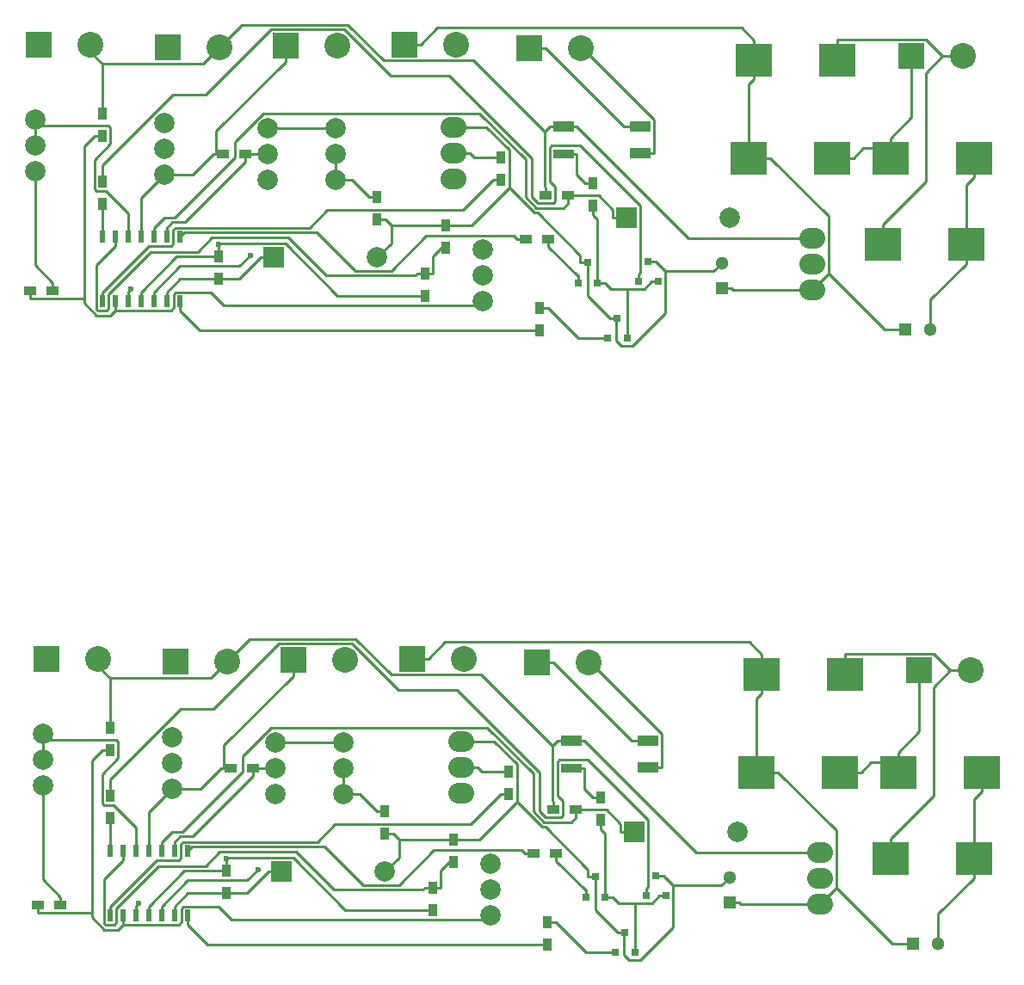
<source format=gtl>
G04 #@! TF.FileFunction,Copper,L1,Top,Signal*
%FSLAX46Y46*%
G04 Gerber Fmt 4.6, Leading zero omitted, Abs format (unit mm)*
G04 Created by KiCad (PCBNEW 4.0.4+e1-6308~48~ubuntu14.04.1-stable) date Mon Oct 17 01:34:50 2016*
%MOMM*%
%LPD*%
G01*
G04 APERTURE LIST*
%ADD10C,0.100000*%
%ADD11C,1.998980*%
%ADD12R,1.998980X0.899160*%
%ADD13R,1.998980X1.000760*%
%ADD14O,2.540000X2.032000*%
%ADD15R,0.508000X1.143000*%
%ADD16R,0.900000X1.200000*%
%ADD17R,1.200000X0.900000*%
%ADD18R,0.800100X0.800100*%
%ADD19R,2.540000X2.540000*%
%ADD20C,2.540000*%
%ADD21R,1.998980X1.998980*%
%ADD22R,3.600000X3.200000*%
%ADD23R,1.300000X1.300000*%
%ADD24C,1.300000*%
%ADD25C,0.600000*%
%ADD26C,0.250000*%
G04 APERTURE END LIST*
D10*
D11*
X95758000Y-143764000D03*
X95758000Y-146304000D03*
X95758000Y-141224000D03*
X139827000Y-156591000D03*
X139827000Y-159131000D03*
X139827000Y-154051000D03*
X118618000Y-144653000D03*
X118618000Y-147193000D03*
X118618000Y-142113000D03*
X125349000Y-144653000D03*
X125349000Y-147193000D03*
X125349000Y-142113000D03*
X108458000Y-144145000D03*
X108458000Y-146685000D03*
X108458000Y-141605000D03*
D12*
X147711160Y-144604740D03*
D13*
X147711160Y-141955520D03*
X155310840Y-141955520D03*
X155310840Y-144556480D03*
D14*
X172212000Y-155448000D03*
X172212000Y-152908000D03*
X172212000Y-157988000D03*
D15*
X102362000Y-159131000D03*
X103632000Y-159131000D03*
X104902000Y-159131000D03*
X106172000Y-159131000D03*
X107442000Y-159131000D03*
X108712000Y-159131000D03*
X109982000Y-159131000D03*
X109982000Y-152781000D03*
X108712000Y-152781000D03*
X106172000Y-152781000D03*
X104902000Y-152781000D03*
X103632000Y-152781000D03*
X102362000Y-152781000D03*
X107442000Y-152781000D03*
D16*
X102362000Y-147363000D03*
X102362000Y-149563000D03*
X136144000Y-153881000D03*
X136144000Y-151681000D03*
X134112000Y-158580000D03*
X134112000Y-156380000D03*
X150622000Y-147490000D03*
X150622000Y-149690000D03*
D17*
X146261000Y-153035000D03*
X144061000Y-153035000D03*
D16*
X145415000Y-159809000D03*
X145415000Y-162009000D03*
X141605000Y-144950000D03*
X141605000Y-147150000D03*
D17*
X145966000Y-148717000D03*
X148166000Y-148717000D03*
D16*
X113792000Y-154729000D03*
X113792000Y-156929000D03*
D17*
X95293000Y-158115000D03*
X97493000Y-158115000D03*
D16*
X102362000Y-140632000D03*
X102362000Y-142832000D03*
D17*
X114216000Y-144653000D03*
X116416000Y-144653000D03*
D16*
X129413000Y-151087000D03*
X129413000Y-148887000D03*
D18*
X155133000Y-157210760D03*
X157033000Y-157210760D03*
X156083000Y-155211780D03*
X149164000Y-157337760D03*
X151064000Y-157337760D03*
X150114000Y-155338780D03*
X152085000Y-162798760D03*
X153985000Y-162798760D03*
X153035000Y-160799780D03*
D14*
X136906000Y-144526000D03*
X136906000Y-141986000D03*
X136906000Y-147066000D03*
D19*
X96139000Y-133858000D03*
D20*
X101219000Y-133858000D03*
D19*
X144399000Y-134239000D03*
D20*
X149479000Y-134239000D03*
D19*
X132080000Y-133858000D03*
D20*
X137160000Y-133858000D03*
D19*
X108839000Y-134112000D03*
D20*
X113919000Y-134112000D03*
D19*
X181991000Y-135001000D03*
D20*
X187071000Y-135001000D03*
D19*
X120396000Y-133985000D03*
D20*
X125476000Y-133985000D03*
D11*
X164084000Y-150873460D03*
D21*
X153924000Y-150873460D03*
D11*
X129413000Y-154810460D03*
D21*
X119253000Y-154810460D03*
D22*
X188123000Y-145034000D03*
X179923000Y-145034000D03*
X174153000Y-145034000D03*
X165953000Y-145034000D03*
X174661000Y-135382000D03*
X166461000Y-135382000D03*
X187361000Y-153543000D03*
X179161000Y-153543000D03*
D23*
X163322000Y-157861000D03*
D24*
X163322000Y-155361000D03*
D23*
X181356000Y-161925000D03*
D24*
X183856000Y-161925000D03*
D23*
X180594000Y-101473000D03*
D24*
X183094000Y-101473000D03*
D23*
X162560000Y-97409000D03*
D24*
X162560000Y-94909000D03*
D22*
X186599000Y-93091000D03*
X178399000Y-93091000D03*
X173899000Y-74930000D03*
X165699000Y-74930000D03*
X173391000Y-84582000D03*
X165191000Y-84582000D03*
X187361000Y-84582000D03*
X179161000Y-84582000D03*
D11*
X128651000Y-94358460D03*
D21*
X118491000Y-94358460D03*
D11*
X163322000Y-90421460D03*
D21*
X153162000Y-90421460D03*
D19*
X119634000Y-73533000D03*
D20*
X124714000Y-73533000D03*
D19*
X181229000Y-74549000D03*
D20*
X186309000Y-74549000D03*
D19*
X108077000Y-73660000D03*
D20*
X113157000Y-73660000D03*
D19*
X131318000Y-73406000D03*
D20*
X136398000Y-73406000D03*
D19*
X143637000Y-73787000D03*
D20*
X148717000Y-73787000D03*
D19*
X95377000Y-73406000D03*
D20*
X100457000Y-73406000D03*
D14*
X136144000Y-84074000D03*
X136144000Y-81534000D03*
X136144000Y-86614000D03*
D18*
X151323000Y-102346760D03*
X153223000Y-102346760D03*
X152273000Y-100347780D03*
X148402000Y-96885760D03*
X150302000Y-96885760D03*
X149352000Y-94886780D03*
X154371000Y-96758760D03*
X156271000Y-96758760D03*
X155321000Y-94759780D03*
D16*
X128651000Y-90635000D03*
X128651000Y-88435000D03*
D17*
X113454000Y-84201000D03*
X115654000Y-84201000D03*
D16*
X101600000Y-80180000D03*
X101600000Y-82380000D03*
D17*
X94531000Y-97663000D03*
X96731000Y-97663000D03*
D16*
X113030000Y-94277000D03*
X113030000Y-96477000D03*
D17*
X145204000Y-88265000D03*
X147404000Y-88265000D03*
D16*
X140843000Y-84498000D03*
X140843000Y-86698000D03*
X144653000Y-99357000D03*
X144653000Y-101557000D03*
D17*
X145499000Y-92583000D03*
X143299000Y-92583000D03*
D16*
X149860000Y-87038000D03*
X149860000Y-89238000D03*
X133350000Y-98128000D03*
X133350000Y-95928000D03*
X135382000Y-93429000D03*
X135382000Y-91229000D03*
X101600000Y-86911000D03*
X101600000Y-89111000D03*
D15*
X101600000Y-98679000D03*
X102870000Y-98679000D03*
X104140000Y-98679000D03*
X105410000Y-98679000D03*
X106680000Y-98679000D03*
X107950000Y-98679000D03*
X109220000Y-98679000D03*
X109220000Y-92329000D03*
X107950000Y-92329000D03*
X105410000Y-92329000D03*
X104140000Y-92329000D03*
X102870000Y-92329000D03*
X101600000Y-92329000D03*
X106680000Y-92329000D03*
D14*
X171450000Y-94996000D03*
X171450000Y-92456000D03*
X171450000Y-97536000D03*
D12*
X146949160Y-84152740D03*
D13*
X146949160Y-81503520D03*
X154548840Y-81503520D03*
X154548840Y-84104480D03*
D11*
X107696000Y-83693000D03*
X107696000Y-86233000D03*
X107696000Y-81153000D03*
X124587000Y-84201000D03*
X124587000Y-86741000D03*
X124587000Y-81661000D03*
X117856000Y-84201000D03*
X117856000Y-86741000D03*
X117856000Y-81661000D03*
X139065000Y-96139000D03*
X139065000Y-98679000D03*
X139065000Y-93599000D03*
X94996000Y-83312000D03*
X94996000Y-85852000D03*
X94996000Y-80772000D03*
D25*
X105156000Y-157960700D03*
X104394000Y-97508700D03*
X116888800Y-154611600D03*
X116126800Y-94159600D03*
X113785300Y-153556900D03*
X113023300Y-93104900D03*
D26*
X173807400Y-156392600D02*
X172212000Y-157988000D01*
X168078300Y-145034000D02*
X173807400Y-150763100D01*
X173807400Y-150763100D02*
X173807400Y-156392600D01*
X173807400Y-156392600D02*
X179339800Y-161925000D01*
X179339800Y-161925000D02*
X181356000Y-161925000D01*
X165953000Y-145034000D02*
X168078300Y-145034000D01*
X165953000Y-145034000D02*
X165953000Y-137815300D01*
X165953000Y-137815300D02*
X166461000Y-137307300D01*
X166461000Y-135382000D02*
X166461000Y-137307300D01*
X166461000Y-135382000D02*
X166461000Y-133456700D01*
X132080000Y-133858000D02*
X133675300Y-133858000D01*
X133675300Y-133858000D02*
X135296400Y-132236900D01*
X135296400Y-132236900D02*
X165241200Y-132236900D01*
X165241200Y-132236900D02*
X166461000Y-133456700D01*
X163322000Y-157861000D02*
X164297300Y-157861000D01*
X172212000Y-157988000D02*
X164424300Y-157988000D01*
X164424300Y-157988000D02*
X164297300Y-157861000D01*
X163662300Y-97536000D02*
X163535300Y-97409000D01*
X171450000Y-97536000D02*
X163662300Y-97536000D01*
X162560000Y-97409000D02*
X163535300Y-97409000D01*
X164479200Y-71784900D02*
X165699000Y-73004700D01*
X134534400Y-71784900D02*
X164479200Y-71784900D01*
X132913300Y-73406000D02*
X134534400Y-71784900D01*
X131318000Y-73406000D02*
X132913300Y-73406000D01*
X165699000Y-74930000D02*
X165699000Y-73004700D01*
X165699000Y-74930000D02*
X165699000Y-76855300D01*
X165191000Y-77363300D02*
X165699000Y-76855300D01*
X165191000Y-84582000D02*
X165191000Y-77363300D01*
X165191000Y-84582000D02*
X167316300Y-84582000D01*
X178577800Y-101473000D02*
X180594000Y-101473000D01*
X173045400Y-95940600D02*
X178577800Y-101473000D01*
X173045400Y-90311100D02*
X173045400Y-95940600D01*
X167316300Y-84582000D02*
X173045400Y-90311100D01*
X173045400Y-95940600D02*
X171450000Y-97536000D01*
X187361000Y-153543000D02*
X187361000Y-155468300D01*
X187361000Y-155468300D02*
X183856000Y-158973300D01*
X183856000Y-158973300D02*
X183856000Y-161925000D01*
X188123000Y-146959300D02*
X187361000Y-147721300D01*
X187361000Y-147721300D02*
X187361000Y-153543000D01*
X188123000Y-145034000D02*
X188123000Y-146959300D01*
X187361000Y-84582000D02*
X187361000Y-86507300D01*
X186599000Y-87269300D02*
X186599000Y-93091000D01*
X187361000Y-86507300D02*
X186599000Y-87269300D01*
X183094000Y-98521300D02*
X183094000Y-101473000D01*
X186599000Y-95016300D02*
X183094000Y-98521300D01*
X186599000Y-93091000D02*
X186599000Y-95016300D01*
X142392000Y-147937200D02*
X144847700Y-150392900D01*
X144847700Y-150392900D02*
X145168100Y-150392900D01*
X145168100Y-150392900D02*
X149388700Y-154613500D01*
X149388700Y-154613500D02*
X149388700Y-155338800D01*
X136906000Y-141986000D02*
X140166300Y-141986000D01*
X140166300Y-141986000D02*
X142392000Y-144211700D01*
X142392000Y-144211700D02*
X142392000Y-147937200D01*
X142392000Y-147937200D02*
X138648200Y-151681000D01*
X138648200Y-151681000D02*
X136144000Y-151681000D01*
X130782300Y-151681000D02*
X130188300Y-151087000D01*
X136144000Y-151681000D02*
X130782300Y-151681000D01*
X130782300Y-151681000D02*
X130782300Y-153441200D01*
X130782300Y-153441200D02*
X129413000Y-154810500D01*
X129413000Y-151087000D02*
X130188300Y-151087000D01*
X157758500Y-156161900D02*
X156808400Y-155211800D01*
X152922800Y-160799800D02*
X152922800Y-163036800D01*
X152922800Y-163036800D02*
X153432200Y-163546200D01*
X153432200Y-163546200D02*
X154521600Y-163546200D01*
X154521600Y-163546200D02*
X157758500Y-160309300D01*
X157758500Y-160309300D02*
X157758500Y-156161900D01*
X157758500Y-156161900D02*
X162521100Y-156161900D01*
X162521100Y-156161900D02*
X163322000Y-155361000D01*
X156083000Y-155211800D02*
X156808400Y-155211800D01*
X152922800Y-160799800D02*
X152810500Y-160799800D01*
X153035000Y-160799800D02*
X152922800Y-160799800D01*
X150114000Y-155338800D02*
X149388700Y-155338800D01*
X152810100Y-160799800D02*
X152810500Y-160799800D01*
X152810100Y-160799800D02*
X152309700Y-160799800D01*
X152309700Y-160799800D02*
X150114000Y-158604100D01*
X150114000Y-158604100D02*
X150114000Y-155338800D01*
X120396000Y-133985000D02*
X120396000Y-135580300D01*
X113578000Y-144653000D02*
X113578000Y-142398300D01*
X113578000Y-142398300D02*
X120396000Y-135580300D01*
X113578000Y-144653000D02*
X113290700Y-144653000D01*
X114216000Y-144653000D02*
X113578000Y-144653000D01*
X108458000Y-146685000D02*
X111258700Y-146685000D01*
X111258700Y-146685000D02*
X113290700Y-144653000D01*
X106172000Y-152781000D02*
X106172000Y-148971000D01*
X106172000Y-148971000D02*
X108458000Y-146685000D01*
X97493000Y-158115000D02*
X97493000Y-157339700D01*
X95758000Y-146304000D02*
X95758000Y-155604700D01*
X95758000Y-155604700D02*
X97493000Y-157339700D01*
X94996000Y-95152700D02*
X96731000Y-96887700D01*
X94996000Y-85852000D02*
X94996000Y-95152700D01*
X96731000Y-97663000D02*
X96731000Y-96887700D01*
X105410000Y-88519000D02*
X107696000Y-86233000D01*
X105410000Y-92329000D02*
X105410000Y-88519000D01*
X110496700Y-86233000D02*
X112528700Y-84201000D01*
X107696000Y-86233000D02*
X110496700Y-86233000D01*
X113454000Y-84201000D02*
X112816000Y-84201000D01*
X112816000Y-84201000D02*
X112528700Y-84201000D01*
X112816000Y-81946300D02*
X119634000Y-75128300D01*
X112816000Y-84201000D02*
X112816000Y-81946300D01*
X119634000Y-73533000D02*
X119634000Y-75128300D01*
X149352000Y-98152100D02*
X149352000Y-94886800D01*
X151547700Y-100347800D02*
X149352000Y-98152100D01*
X152048100Y-100347800D02*
X151547700Y-100347800D01*
X152048100Y-100347800D02*
X152048500Y-100347800D01*
X149352000Y-94886800D02*
X148626700Y-94886800D01*
X152273000Y-100347800D02*
X152160800Y-100347800D01*
X152160800Y-100347800D02*
X152048500Y-100347800D01*
X155321000Y-94759800D02*
X156046400Y-94759800D01*
X161759100Y-95709900D02*
X162560000Y-94909000D01*
X156996500Y-95709900D02*
X161759100Y-95709900D01*
X156996500Y-99857300D02*
X156996500Y-95709900D01*
X153759600Y-103094200D02*
X156996500Y-99857300D01*
X152670200Y-103094200D02*
X153759600Y-103094200D01*
X152160800Y-102584800D02*
X152670200Y-103094200D01*
X152160800Y-100347800D02*
X152160800Y-102584800D01*
X156996500Y-95709900D02*
X156046400Y-94759800D01*
X128651000Y-90635000D02*
X129426300Y-90635000D01*
X130020300Y-92989200D02*
X128651000Y-94358500D01*
X130020300Y-91229000D02*
X130020300Y-92989200D01*
X135382000Y-91229000D02*
X130020300Y-91229000D01*
X130020300Y-91229000D02*
X129426300Y-90635000D01*
X137886200Y-91229000D02*
X135382000Y-91229000D01*
X141630000Y-87485200D02*
X137886200Y-91229000D01*
X141630000Y-83759700D02*
X141630000Y-87485200D01*
X139404300Y-81534000D02*
X141630000Y-83759700D01*
X136144000Y-81534000D02*
X139404300Y-81534000D01*
X148626700Y-94161500D02*
X148626700Y-94886800D01*
X144406100Y-89940900D02*
X148626700Y-94161500D01*
X144085700Y-89940900D02*
X144406100Y-89940900D01*
X141630000Y-87485200D02*
X144085700Y-89940900D01*
X185024400Y-135029600D02*
X183405600Y-136648400D01*
X183405600Y-136648400D02*
X183405600Y-147373100D01*
X183405600Y-147373100D02*
X179161000Y-151617700D01*
X187071000Y-135001000D02*
X185053000Y-135001000D01*
X185053000Y-135001000D02*
X185024400Y-135029600D01*
X174661000Y-133456700D02*
X174712100Y-133405600D01*
X174712100Y-133405600D02*
X183400300Y-133405600D01*
X183400300Y-133405600D02*
X185024400Y-135029600D01*
X179161000Y-153543000D02*
X179161000Y-151617700D01*
X174661000Y-135382000D02*
X174661000Y-133456700D01*
X173899000Y-74930000D02*
X173899000Y-73004700D01*
X178399000Y-93091000D02*
X178399000Y-91165700D01*
X182638300Y-72953600D02*
X184262400Y-74577600D01*
X173950100Y-72953600D02*
X182638300Y-72953600D01*
X173899000Y-73004700D02*
X173950100Y-72953600D01*
X184291000Y-74549000D02*
X184262400Y-74577600D01*
X186309000Y-74549000D02*
X184291000Y-74549000D01*
X182643600Y-86921100D02*
X178399000Y-91165700D01*
X182643600Y-76196400D02*
X182643600Y-86921100D01*
X184262400Y-74577600D02*
X182643600Y-76196400D01*
X174153000Y-145034000D02*
X176278300Y-145034000D01*
X179923000Y-144071300D02*
X177241000Y-144071300D01*
X177241000Y-144071300D02*
X176278300Y-145034000D01*
X179923000Y-144071300D02*
X179923000Y-143108700D01*
X179923000Y-145034000D02*
X179923000Y-144071300D01*
X181991000Y-135001000D02*
X181991000Y-141040700D01*
X181991000Y-141040700D02*
X179923000Y-143108700D01*
X181229000Y-80588700D02*
X179161000Y-82656700D01*
X181229000Y-74549000D02*
X181229000Y-80588700D01*
X179161000Y-84582000D02*
X179161000Y-83619300D01*
X179161000Y-83619300D02*
X179161000Y-82656700D01*
X176479000Y-83619300D02*
X175516300Y-84582000D01*
X179161000Y-83619300D02*
X176479000Y-83619300D01*
X173391000Y-84582000D02*
X175516300Y-84582000D01*
X113016700Y-156929000D02*
X110017200Y-156929000D01*
X110017200Y-156929000D02*
X108712000Y-158234200D01*
X113792000Y-156929000D02*
X113016700Y-156929000D01*
X108712000Y-159131000D02*
X108712000Y-158234200D01*
X119253000Y-154810500D02*
X117928200Y-154810500D01*
X113792000Y-156929000D02*
X115809700Y-156929000D01*
X115809700Y-156929000D02*
X117928200Y-154810500D01*
X115047700Y-96477000D02*
X117166200Y-94358500D01*
X113030000Y-96477000D02*
X115047700Y-96477000D01*
X118491000Y-94358500D02*
X117166200Y-94358500D01*
X107950000Y-98679000D02*
X107950000Y-97782200D01*
X113030000Y-96477000D02*
X112254700Y-96477000D01*
X109255200Y-96477000D02*
X107950000Y-97782200D01*
X112254700Y-96477000D02*
X109255200Y-96477000D01*
X148166000Y-149492300D02*
X147715700Y-149942600D01*
X147715700Y-149942600D02*
X145034300Y-149942600D01*
X145034300Y-149942600D02*
X143989000Y-148897300D01*
X143989000Y-148897300D02*
X143989000Y-145159400D01*
X143989000Y-145159400D02*
X139474200Y-140644600D01*
X139474200Y-140644600D02*
X118208600Y-140644600D01*
X118208600Y-140644600D02*
X115394500Y-143458700D01*
X115394500Y-143458700D02*
X115394500Y-145014000D01*
X115394500Y-145014000D02*
X109504000Y-150904500D01*
X109504000Y-150904500D02*
X108421700Y-150904500D01*
X108421700Y-150904500D02*
X107442000Y-151884200D01*
X148166000Y-148717000D02*
X148166000Y-149492300D01*
X107442000Y-152781000D02*
X107442000Y-151884200D01*
X152599200Y-150873500D02*
X152599200Y-150128300D01*
X152599200Y-150128300D02*
X151187900Y-148717000D01*
X151187900Y-148717000D02*
X148166000Y-148717000D01*
X153924000Y-150873500D02*
X152599200Y-150873500D01*
X153162000Y-90421500D02*
X151837200Y-90421500D01*
X150425900Y-88265000D02*
X147404000Y-88265000D01*
X151837200Y-89676300D02*
X150425900Y-88265000D01*
X151837200Y-90421500D02*
X151837200Y-89676300D01*
X106680000Y-92329000D02*
X106680000Y-91432200D01*
X147404000Y-88265000D02*
X147404000Y-89040300D01*
X107659700Y-90452500D02*
X106680000Y-91432200D01*
X108742000Y-90452500D02*
X107659700Y-90452500D01*
X114632500Y-84562000D02*
X108742000Y-90452500D01*
X114632500Y-83006700D02*
X114632500Y-84562000D01*
X117446600Y-80192600D02*
X114632500Y-83006700D01*
X138712200Y-80192600D02*
X117446600Y-80192600D01*
X143227000Y-84707400D02*
X138712200Y-80192600D01*
X143227000Y-88445300D02*
X143227000Y-84707400D01*
X144272300Y-89490600D02*
X143227000Y-88445300D01*
X146953700Y-89490600D02*
X144272300Y-89490600D01*
X147404000Y-89040300D02*
X146953700Y-89490600D01*
X105156000Y-157960700D02*
X104902000Y-158214700D01*
X104902000Y-158214700D02*
X104902000Y-159131000D01*
X104140000Y-97762700D02*
X104140000Y-98679000D01*
X104394000Y-97508700D02*
X104140000Y-97762700D01*
X125349000Y-147193000D02*
X125349000Y-144653000D01*
X125349000Y-147193000D02*
X126943700Y-147193000D01*
X126943700Y-147193000D02*
X128637700Y-148887000D01*
X107442000Y-159131000D02*
X107442000Y-158234200D01*
X116888800Y-154611600D02*
X115830700Y-155669700D01*
X115830700Y-155669700D02*
X110006500Y-155669700D01*
X110006500Y-155669700D02*
X107442000Y-158234200D01*
X129413000Y-148887000D02*
X128637700Y-148887000D01*
X128651000Y-88435000D02*
X127875700Y-88435000D01*
X109244500Y-95217700D02*
X106680000Y-97782200D01*
X115068700Y-95217700D02*
X109244500Y-95217700D01*
X116126800Y-94159600D02*
X115068700Y-95217700D01*
X106680000Y-98679000D02*
X106680000Y-97782200D01*
X126181700Y-86741000D02*
X127875700Y-88435000D01*
X124587000Y-86741000D02*
X126181700Y-86741000D01*
X124587000Y-86741000D02*
X124587000Y-84201000D01*
X118618000Y-142113000D02*
X125349000Y-142113000D01*
X117856000Y-81661000D02*
X124587000Y-81661000D01*
X108712000Y-152781000D02*
X108712000Y-151884200D01*
X116416000Y-144653000D02*
X116416000Y-145428300D01*
X116416000Y-145428300D02*
X110489500Y-151354800D01*
X110489500Y-151354800D02*
X109241400Y-151354800D01*
X109241400Y-151354800D02*
X108712000Y-151884200D01*
X118618000Y-144653000D02*
X116416000Y-144653000D01*
X117856000Y-84201000D02*
X115654000Y-84201000D01*
X108479400Y-90902800D02*
X107950000Y-91432200D01*
X109727500Y-90902800D02*
X108479400Y-90902800D01*
X115654000Y-84976300D02*
X109727500Y-90902800D01*
X115654000Y-84201000D02*
X115654000Y-84976300D01*
X107950000Y-92329000D02*
X107950000Y-91432200D01*
X145886900Y-142455000D02*
X145886900Y-147862600D01*
X145886900Y-147862600D02*
X145966000Y-147941700D01*
X146386400Y-141955500D02*
X145886900Y-142455000D01*
X113919000Y-134112000D02*
X116120100Y-131910900D01*
X116120100Y-131910900D02*
X126476000Y-131910900D01*
X126476000Y-131910900D02*
X130018500Y-135453400D01*
X130018500Y-135453400D02*
X138885300Y-135453400D01*
X138885300Y-135453400D02*
X145886900Y-142455000D01*
X102362000Y-135795600D02*
X112235400Y-135795600D01*
X112235400Y-135795600D02*
X113919000Y-134112000D01*
X145966000Y-148717000D02*
X145966000Y-147941700D01*
X147711200Y-141955500D02*
X146386400Y-141955500D01*
X147910100Y-141955500D02*
X147711200Y-141955500D01*
X113785300Y-153556900D02*
X113866100Y-153476100D01*
X113866100Y-153476100D02*
X120377700Y-153476100D01*
X120377700Y-153476100D02*
X125481600Y-158580000D01*
X125481600Y-158580000D02*
X134112000Y-158580000D01*
X113792000Y-153803700D02*
X113785300Y-153797000D01*
X113785300Y-153797000D02*
X113785300Y-153556900D01*
X113792000Y-154729000D02*
X113792000Y-153803700D01*
X147910100Y-141955500D02*
X149036000Y-141955500D01*
X102362000Y-135795600D02*
X101219000Y-134652600D01*
X101219000Y-134652600D02*
X101219000Y-133858000D01*
X102362000Y-135795600D02*
X102362000Y-140632000D01*
X106172000Y-158234200D02*
X109677200Y-154729000D01*
X109677200Y-154729000D02*
X113792000Y-154729000D01*
X149036000Y-141955500D02*
X159988500Y-152908000D01*
X159988500Y-152908000D02*
X172212000Y-152908000D01*
X106172000Y-159131000D02*
X106172000Y-158234200D01*
X105410000Y-98679000D02*
X105410000Y-97782200D01*
X159226500Y-92456000D02*
X171450000Y-92456000D01*
X148274000Y-81503500D02*
X159226500Y-92456000D01*
X108915200Y-94277000D02*
X113030000Y-94277000D01*
X105410000Y-97782200D02*
X108915200Y-94277000D01*
X101600000Y-75343600D02*
X101600000Y-80180000D01*
X100457000Y-74200600D02*
X100457000Y-73406000D01*
X101600000Y-75343600D02*
X100457000Y-74200600D01*
X147148100Y-81503500D02*
X148274000Y-81503500D01*
X113030000Y-94277000D02*
X113030000Y-93351700D01*
X113023300Y-93345000D02*
X113023300Y-93104900D01*
X113030000Y-93351700D02*
X113023300Y-93345000D01*
X124719600Y-98128000D02*
X133350000Y-98128000D01*
X119615700Y-93024100D02*
X124719600Y-98128000D01*
X113104100Y-93024100D02*
X119615700Y-93024100D01*
X113023300Y-93104900D02*
X113104100Y-93024100D01*
X147148100Y-81503500D02*
X146949200Y-81503500D01*
X146949200Y-81503500D02*
X145624400Y-81503500D01*
X145204000Y-88265000D02*
X145204000Y-87489700D01*
X111473400Y-75343600D02*
X113157000Y-73660000D01*
X101600000Y-75343600D02*
X111473400Y-75343600D01*
X138123300Y-75001400D02*
X145124900Y-82003000D01*
X129256500Y-75001400D02*
X138123300Y-75001400D01*
X125714000Y-71458900D02*
X129256500Y-75001400D01*
X115358100Y-71458900D02*
X125714000Y-71458900D01*
X113157000Y-73660000D02*
X115358100Y-71458900D01*
X145624400Y-81503500D02*
X145124900Y-82003000D01*
X145124900Y-87410600D02*
X145204000Y-87489700D01*
X145124900Y-82003000D02*
X145124900Y-87410600D01*
X144399000Y-134239000D02*
X145994300Y-134239000D01*
X155310800Y-141955500D02*
X153710800Y-141955500D01*
X153710800Y-141955500D02*
X145994300Y-134239000D01*
X152948800Y-81503500D02*
X145232300Y-73787000D01*
X154548800Y-81503500D02*
X152948800Y-81503500D01*
X143637000Y-73787000D02*
X145232300Y-73787000D01*
X155310800Y-144556500D02*
X156635600Y-144556500D01*
X156635600Y-144556500D02*
X156635600Y-141249300D01*
X156635600Y-141249300D02*
X149625300Y-134239000D01*
X149625300Y-134239000D02*
X149479000Y-134239000D01*
X148863300Y-73787000D02*
X148717000Y-73787000D01*
X155873600Y-80797300D02*
X148863300Y-73787000D01*
X155873600Y-84104500D02*
X155873600Y-80797300D01*
X154548800Y-84104500D02*
X155873600Y-84104500D01*
X95758000Y-141865900D02*
X95758000Y-143764000D01*
X95758000Y-141224000D02*
X95758000Y-141865900D01*
X95758000Y-141865900D02*
X102952300Y-141865900D01*
X102952300Y-141865900D02*
X103137400Y-142051000D01*
X103137400Y-142051000D02*
X103137400Y-143659200D01*
X103137400Y-143659200D02*
X101586600Y-145210000D01*
X101586600Y-145210000D02*
X101586600Y-148122700D01*
X101586600Y-148122700D02*
X101752300Y-148288400D01*
X101752300Y-148288400D02*
X102667100Y-148288400D01*
X102667100Y-148288400D02*
X104902000Y-150523300D01*
X104902000Y-150523300D02*
X104902000Y-152781000D01*
X104140000Y-90071300D02*
X104140000Y-92329000D01*
X101905100Y-87836400D02*
X104140000Y-90071300D01*
X100990300Y-87836400D02*
X101905100Y-87836400D01*
X100824600Y-87670700D02*
X100990300Y-87836400D01*
X100824600Y-84758000D02*
X100824600Y-87670700D01*
X102375400Y-83207200D02*
X100824600Y-84758000D01*
X102375400Y-81599000D02*
X102375400Y-83207200D01*
X102190300Y-81413900D02*
X102375400Y-81599000D01*
X94996000Y-81413900D02*
X102190300Y-81413900D01*
X94996000Y-80772000D02*
X94996000Y-81413900D01*
X94996000Y-81413900D02*
X94996000Y-83312000D01*
X136906000Y-144526000D02*
X138501300Y-144526000D01*
X141605000Y-144950000D02*
X138925300Y-144950000D01*
X138925300Y-144950000D02*
X138501300Y-144526000D01*
X138163300Y-84498000D02*
X137739300Y-84074000D01*
X140843000Y-84498000D02*
X138163300Y-84498000D01*
X136144000Y-84074000D02*
X137739300Y-84074000D01*
X145415000Y-159809000D02*
X146190300Y-159809000D01*
X146190300Y-159809000D02*
X149180100Y-162798800D01*
X149180100Y-162798800D02*
X152085000Y-162798800D01*
X148418100Y-102346800D02*
X151323000Y-102346800D01*
X145428300Y-99357000D02*
X148418100Y-102346800D01*
X144653000Y-99357000D02*
X145428300Y-99357000D01*
X153985000Y-157936100D02*
X155673200Y-157936100D01*
X155673200Y-157936100D02*
X156307700Y-157301600D01*
X156307700Y-157301600D02*
X156307700Y-157210800D01*
X151789400Y-157337800D02*
X152387700Y-157936100D01*
X152387700Y-157936100D02*
X153985000Y-157936100D01*
X153985000Y-157936100D02*
X153985000Y-162073400D01*
X153985000Y-162798800D02*
X153985000Y-162073400D01*
X151064000Y-157337800D02*
X151789400Y-157337800D01*
X150622000Y-150615300D02*
X151064000Y-151057300D01*
X151064000Y-151057300D02*
X151064000Y-157337800D01*
X157033000Y-157210800D02*
X156307700Y-157210800D01*
X150622000Y-149690000D02*
X150622000Y-150615300D01*
X149860000Y-89238000D02*
X149860000Y-90163300D01*
X156271000Y-96758800D02*
X155545700Y-96758800D01*
X150302000Y-90605300D02*
X150302000Y-96885800D01*
X149860000Y-90163300D02*
X150302000Y-90605300D01*
X150302000Y-96885800D02*
X151027400Y-96885800D01*
X153223000Y-102346800D02*
X153223000Y-101621400D01*
X153223000Y-97484100D02*
X153223000Y-101621400D01*
X151625700Y-97484100D02*
X153223000Y-97484100D01*
X151027400Y-96885800D02*
X151625700Y-97484100D01*
X155545700Y-96849600D02*
X155545700Y-96758800D01*
X154911200Y-97484100D02*
X155545700Y-96849600D01*
X153223000Y-97484100D02*
X154911200Y-97484100D01*
X149164000Y-157337800D02*
X149164000Y-156612400D01*
X146261000Y-153035000D02*
X146261000Y-153810300D01*
X146261000Y-153810300D02*
X149063100Y-156612400D01*
X149063100Y-156612400D02*
X149164000Y-156612400D01*
X148301100Y-96160400D02*
X148402000Y-96160400D01*
X145499000Y-93358300D02*
X148301100Y-96160400D01*
X145499000Y-92583000D02*
X145499000Y-93358300D01*
X148402000Y-96885800D02*
X148402000Y-96160400D01*
X102362000Y-147363000D02*
X102362000Y-145739600D01*
X102362000Y-145739600D02*
X109303500Y-138798100D01*
X109303500Y-138798100D02*
X112522100Y-138798100D01*
X112522100Y-138798100D02*
X118952200Y-132368000D01*
X118952200Y-132368000D02*
X126148700Y-132368000D01*
X126148700Y-132368000D02*
X130702300Y-136921600D01*
X130702300Y-136921600D02*
X136465200Y-136921600D01*
X136465200Y-136921600D02*
X144598300Y-145054700D01*
X144598300Y-145054700D02*
X144598300Y-148869700D01*
X144598300Y-148869700D02*
X145220900Y-149492300D01*
X145220900Y-149492300D02*
X146700800Y-149492300D01*
X146700800Y-149492300D02*
X146891400Y-149301700D01*
X146891400Y-149301700D02*
X146891400Y-147894200D01*
X146891400Y-147894200D02*
X146386400Y-147389200D01*
X146386400Y-147389200D02*
X146386400Y-144020300D01*
X146386400Y-144020300D02*
X146577000Y-143829700D01*
X146577000Y-143829700D02*
X149365200Y-143829700D01*
X149365200Y-143829700D02*
X155248900Y-149713400D01*
X155248900Y-149713400D02*
X155248900Y-156369500D01*
X155248900Y-156369500D02*
X155133000Y-156485400D01*
X155133000Y-157210800D02*
X155133000Y-156485400D01*
X154371000Y-96758800D02*
X154371000Y-96033400D01*
X154486900Y-95917500D02*
X154371000Y-96033400D01*
X154486900Y-89261400D02*
X154486900Y-95917500D01*
X148603200Y-83377700D02*
X154486900Y-89261400D01*
X145815000Y-83377700D02*
X148603200Y-83377700D01*
X145624400Y-83568300D02*
X145815000Y-83377700D01*
X145624400Y-86937200D02*
X145624400Y-83568300D01*
X146129400Y-87442200D02*
X145624400Y-86937200D01*
X146129400Y-88849700D02*
X146129400Y-87442200D01*
X145938800Y-89040300D02*
X146129400Y-88849700D01*
X144458900Y-89040300D02*
X145938800Y-89040300D01*
X143836300Y-88417700D02*
X144458900Y-89040300D01*
X143836300Y-84602700D02*
X143836300Y-88417700D01*
X135703200Y-76469600D02*
X143836300Y-84602700D01*
X129940300Y-76469600D02*
X135703200Y-76469600D01*
X125386700Y-71916000D02*
X129940300Y-76469600D01*
X118190200Y-71916000D02*
X125386700Y-71916000D01*
X111760100Y-78346100D02*
X118190200Y-71916000D01*
X108541500Y-78346100D02*
X111760100Y-78346100D01*
X101600000Y-85287600D02*
X108541500Y-78346100D01*
X101600000Y-86911000D02*
X101600000Y-85287600D01*
X103632000Y-160027800D02*
X103135000Y-160524800D01*
X103135000Y-160524800D02*
X101759200Y-160524800D01*
X101759200Y-160524800D02*
X100551100Y-159316700D01*
X100551100Y-159316700D02*
X100551100Y-158890300D01*
X139827000Y-159131000D02*
X139452600Y-159505400D01*
X139452600Y-159505400D02*
X114287900Y-159505400D01*
X114287900Y-159505400D02*
X113016600Y-158234100D01*
X113016600Y-158234100D02*
X109592500Y-158234100D01*
X109592500Y-158234100D02*
X109402600Y-158424000D01*
X109402600Y-158424000D02*
X109402600Y-159727200D01*
X109402600Y-159727200D02*
X109102000Y-160027800D01*
X109102000Y-160027800D02*
X103632000Y-160027800D01*
X100551100Y-158890300D02*
X95293000Y-158890300D01*
X101586700Y-142832000D02*
X100551100Y-143867600D01*
X100551100Y-143867600D02*
X100551100Y-158890300D01*
X103632000Y-159131000D02*
X103632000Y-160027800D01*
X102362000Y-142832000D02*
X101586700Y-142832000D01*
X95293000Y-158115000D02*
X95293000Y-158890300D01*
X94531000Y-97663000D02*
X94531000Y-98438300D01*
X101600000Y-82380000D02*
X100824700Y-82380000D01*
X102870000Y-98679000D02*
X102870000Y-99575800D01*
X99789100Y-83415600D02*
X99789100Y-98438300D01*
X100824700Y-82380000D02*
X99789100Y-83415600D01*
X99789100Y-98438300D02*
X94531000Y-98438300D01*
X108340000Y-99575800D02*
X102870000Y-99575800D01*
X108640600Y-99275200D02*
X108340000Y-99575800D01*
X108640600Y-97972000D02*
X108640600Y-99275200D01*
X108830500Y-97782100D02*
X108640600Y-97972000D01*
X112254600Y-97782100D02*
X108830500Y-97782100D01*
X113525900Y-99053400D02*
X112254600Y-97782100D01*
X138690600Y-99053400D02*
X113525900Y-99053400D01*
X139065000Y-98679000D02*
X138690600Y-99053400D01*
X99789100Y-98864700D02*
X99789100Y-98438300D01*
X100997200Y-100072800D02*
X99789100Y-98864700D01*
X102373000Y-100072800D02*
X100997200Y-100072800D01*
X102870000Y-99575800D02*
X102373000Y-100072800D01*
X141605000Y-147150000D02*
X140829700Y-147150000D01*
X102362000Y-159131000D02*
X102362000Y-158234200D01*
X102362000Y-158234200D02*
X106918400Y-153677800D01*
X106918400Y-153677800D02*
X109100800Y-153677800D01*
X109100800Y-153677800D02*
X109347000Y-153431600D01*
X109347000Y-153431600D02*
X109347000Y-152114100D01*
X109347000Y-152114100D02*
X109576900Y-151884200D01*
X109576900Y-151884200D02*
X122755900Y-151884200D01*
X122755900Y-151884200D02*
X124478500Y-150161600D01*
X124478500Y-150161600D02*
X137818100Y-150161600D01*
X137818100Y-150161600D02*
X140829700Y-147150000D01*
X137056100Y-89709600D02*
X140067700Y-86698000D01*
X123716500Y-89709600D02*
X137056100Y-89709600D01*
X121993900Y-91432200D02*
X123716500Y-89709600D01*
X108814900Y-91432200D02*
X121993900Y-91432200D01*
X108585000Y-91662100D02*
X108814900Y-91432200D01*
X108585000Y-92979600D02*
X108585000Y-91662100D01*
X108338800Y-93225800D02*
X108585000Y-92979600D01*
X106156400Y-93225800D02*
X108338800Y-93225800D01*
X101600000Y-97782200D02*
X106156400Y-93225800D01*
X101600000Y-98679000D02*
X101600000Y-97782200D01*
X140843000Y-86698000D02*
X140067700Y-86698000D01*
X145415000Y-162009000D02*
X144639700Y-162009000D01*
X109982000Y-159131000D02*
X109982000Y-160027800D01*
X109982000Y-160027800D02*
X111963200Y-162009000D01*
X111963200Y-162009000D02*
X144639700Y-162009000D01*
X111201200Y-101557000D02*
X143877700Y-101557000D01*
X109220000Y-99575800D02*
X111201200Y-101557000D01*
X109220000Y-98679000D02*
X109220000Y-99575800D01*
X144653000Y-101557000D02*
X143877700Y-101557000D01*
X144061000Y-153035000D02*
X143135700Y-153035000D01*
X109982000Y-152781000D02*
X110372600Y-152390400D01*
X110372600Y-152390400D02*
X123476300Y-152390400D01*
X123476300Y-152390400D02*
X127254500Y-156168600D01*
X127254500Y-156168600D02*
X130777000Y-156168600D01*
X130777000Y-156168600D02*
X134219500Y-152726100D01*
X134219500Y-152726100D02*
X142826800Y-152726100D01*
X142826800Y-152726100D02*
X143135700Y-153035000D01*
X142064800Y-92274100D02*
X142373700Y-92583000D01*
X133457500Y-92274100D02*
X142064800Y-92274100D01*
X130015000Y-95716600D02*
X133457500Y-92274100D01*
X126492500Y-95716600D02*
X130015000Y-95716600D01*
X122714300Y-91938400D02*
X126492500Y-95716600D01*
X109610600Y-91938400D02*
X122714300Y-91938400D01*
X109220000Y-92329000D02*
X109610600Y-91938400D01*
X143299000Y-92583000D02*
X142373700Y-92583000D01*
X150622000Y-147490000D02*
X149846700Y-147490000D01*
X147711200Y-144604700D02*
X149036000Y-144604700D01*
X149036000Y-144604700D02*
X149036000Y-146679300D01*
X149036000Y-146679300D02*
X149846700Y-147490000D01*
X148274000Y-86227300D02*
X149084700Y-87038000D01*
X148274000Y-84152700D02*
X148274000Y-86227300D01*
X146949200Y-84152700D02*
X148274000Y-84152700D01*
X149860000Y-87038000D02*
X149084700Y-87038000D01*
X134112000Y-156380000D02*
X133336700Y-156380000D01*
X103632000Y-152781000D02*
X103632000Y-153678000D01*
X103632000Y-153678000D02*
X101782500Y-155527500D01*
X101782500Y-155527500D02*
X101782500Y-159911100D01*
X101782500Y-159911100D02*
X101899200Y-160027800D01*
X101899200Y-160027800D02*
X102750800Y-160027800D01*
X102750800Y-160027800D02*
X102999000Y-159779600D01*
X102999000Y-159779600D02*
X102999000Y-158423600D01*
X102999000Y-158423600D02*
X107144000Y-154278600D01*
X107144000Y-154278600D02*
X111755500Y-154278600D01*
X111755500Y-154278600D02*
X113141000Y-152893100D01*
X113141000Y-152893100D02*
X120638900Y-152893100D01*
X120638900Y-152893100D02*
X124364800Y-156619000D01*
X124364800Y-156619000D02*
X133097700Y-156619000D01*
X133097700Y-156619000D02*
X133336700Y-156380000D01*
X135756400Y-153881000D02*
X134887300Y-154750100D01*
X134887300Y-154750100D02*
X134887300Y-156380000D01*
X136144000Y-153881000D02*
X135756400Y-153881000D01*
X134112000Y-156380000D02*
X134887300Y-156380000D01*
X133350000Y-95928000D02*
X134125300Y-95928000D01*
X135382000Y-93429000D02*
X134994400Y-93429000D01*
X134125300Y-94298100D02*
X134125300Y-95928000D01*
X134994400Y-93429000D02*
X134125300Y-94298100D01*
X132335700Y-96167000D02*
X132574700Y-95928000D01*
X123602800Y-96167000D02*
X132335700Y-96167000D01*
X119876900Y-92441100D02*
X123602800Y-96167000D01*
X112379000Y-92441100D02*
X119876900Y-92441100D01*
X110993500Y-93826600D02*
X112379000Y-92441100D01*
X106382000Y-93826600D02*
X110993500Y-93826600D01*
X102237000Y-97971600D02*
X106382000Y-93826600D01*
X102237000Y-99327600D02*
X102237000Y-97971600D01*
X101988800Y-99575800D02*
X102237000Y-99327600D01*
X101137200Y-99575800D02*
X101988800Y-99575800D01*
X101020500Y-99459100D02*
X101137200Y-99575800D01*
X101020500Y-95075500D02*
X101020500Y-99459100D01*
X102870000Y-93226000D02*
X101020500Y-95075500D01*
X102870000Y-92329000D02*
X102870000Y-93226000D01*
X133350000Y-95928000D02*
X132574700Y-95928000D01*
X102362000Y-149563000D02*
X102362000Y-152781000D01*
X101600000Y-89111000D02*
X101600000Y-92329000D01*
M02*

</source>
